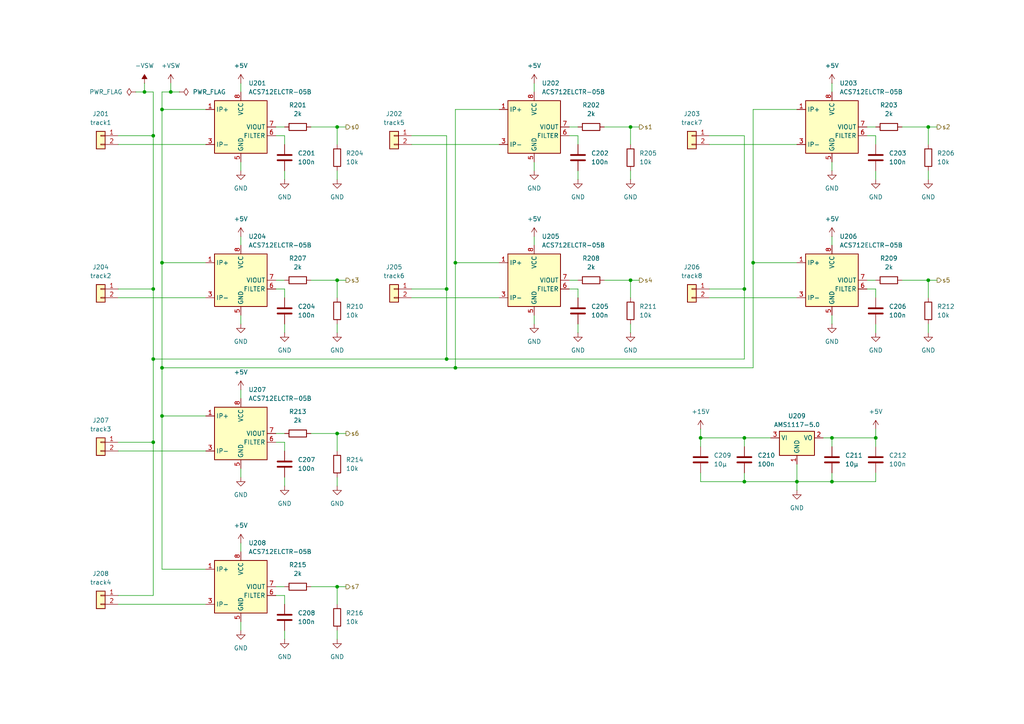
<source format=kicad_sch>
(kicad_sch (version 20231120) (generator "eeschema") (generator_version "8.0")
  (paper "A4")
  (title_block (title "Belegt") (date "2025-01-22") (rev "v0.1") (company "Eurovibes Benedikt Spranger") (comment 1 "SPDX-License-Identifier: CERN-OHL-S-2.0") (comment 2 "https://ohwr.org/cern_ohl_s_v2.txt") (comment 3 "To view a copy of this license, visit") (comment 4 "This work is licensed under the CERN-OHL-S v2"))
  (lib_symbols
    (symbol "Connector_Generic:Conn_01x02" (pin_names (offset 1.016) hide)
      (property "Reference" "J" (at 0 2.54 0))
      (property "Value" "Conn_01x02" (at 0 -5.08 0))
      (symbol "Conn_01x02_1_1"
        (rectangle (start -1.27 -2.413) (end 0 -2.667) (stroke (width 0.1524)))
        (rectangle (start -1.27 0.127) (end 0 -0.127) (stroke (width 0.1524)))
        (rectangle (start -1.27 1.27) (end 1.27 -3.81) (stroke (width 0.254)) (fill (type background)))
        (pin passive line (at -5.08 0 0) (length 3.81) (name "Pin_1") (number "1"))
        (pin passive line (at -5.08 -2.54 0) (length 3.81) (name "Pin_2") (number "2"))
      )
    )
    (symbol "Device:C" (pin_numbers hide) (pin_names (offset 0.254))
      (property "Reference" "C" (at 0.635 2.54 0))
      (property "Value" "C" (at 0.635 -2.54 0))
      (symbol "C_0_1"
        (polyline (pts (xy -2.032 -0.762) (xy 2.032 -0.762)) (stroke (width 0.508)))
        (polyline (pts (xy -2.032 0.762) (xy 2.032 0.762)) (stroke (width 0.508)))
      )
      (symbol "C_1_1"
        (pin passive line (at 0 3.81 270) (length 2.794) (name "~") (number "1"))
        (pin passive line (at 0 -3.81 90) (length 2.794) (name "~") (number "2"))
      )
    )
    (symbol "Device:R" (pin_numbers hide) (pin_names (offset 0))
      (property "Reference" "R" (at 2.032 0 90))
      (property "Value" "R" (at 0 0 90))
      (symbol "R_0_1"
        (rectangle (start -1.016 -2.54) (end 1.016 2.54) (stroke (width 0.254)))
      )
      (symbol "R_1_1"
        (pin passive line (at 0 3.81 270) (length 1.27) (name "~") (number "1"))
        (pin passive line (at 0 -3.81 90) (length 1.27) (name "~") (number "2"))
      )
    )
    (symbol "Regulator_Linear:AMS1117-5.0"
      (property "Reference" "U" (at -3.81 3.175 0))
      (property "Value" "AMS1117-5.0" (at 0 3.175 0))
      (symbol "AMS1117-5.0_0_1"
        (rectangle (start -5.08 -5.08) (end 5.08 1.905) (stroke (width 0.254)) (fill (type background)))
      )
      (symbol "AMS1117-5.0_1_1"
        (pin power_in line (at 0 -7.62 90) (length 2.54) (name "GND") (number "1"))
        (pin power_out line (at 7.62 0 180) (length 2.54) (name "VO") (number "2"))
        (pin power_in line (at -7.62 0 0) (length 2.54) (name "VI") (number "3"))
      )
    )
    (symbol "Sensor_Current:ACS712xLCTR-05B"
      (property "Reference" "U" (at 2.54 11.43 0))
      (property "Value" "ACS712xLCTR-05B" (at 2.54 8.89 0))
      (symbol "ACS712xLCTR-05B_0_1"
        (rectangle (start -7.62 7.62) (end 7.62 -7.62) (stroke (width 0.254)) (fill (type background)))
      )
      (symbol "ACS712xLCTR-05B_1_1"
        (pin passive line (at -10.16 5.08 0) (length 2.54) (name "IP+") (number "1"))
        (pin passive line (at -10.16 5.08 0) (length 2.54) hide (name "IP+") (number "2"))
        (pin passive line (at -10.16 -5.08 0) (length 2.54) (name "IP-") (number "3"))
        (pin passive line (at -10.16 -5.08 0) (length 2.54) hide (name "IP-") (number "4"))
        (pin power_in line (at 0 -10.16 90) (length 2.54) (name "GND") (number "5"))
        (pin passive line (at 10.16 -2.54 180) (length 2.54) (name "FILTER") (number "6"))
        (pin output line (at 10.16 0 180) (length 2.54) (name "VIOUT") (number "7"))
        (pin power_in line (at 0 10.16 270) (length 2.54) (name "VCC") (number "8"))
      )
    )
    (symbol "power:+15V" (power) (pin_numbers hide) (pin_names (offset 0) hide)
      (property "Value" "+15V" (at 0 3.556 0))
      (symbol "+15V_0_1"
        (polyline (pts (xy -0.762 1.27) (xy 0 2.54)))
        (polyline (pts (xy 0 0) (xy 0 2.54)))
        (polyline (pts (xy 0 2.54) (xy 0.762 1.27)))
      )
      (symbol "+15V_1_1"
        (pin power_in line (at 0 0 90) (length 0) (name "~") (number "1"))
      )
    )
    (symbol "power:+5V" (power) (pin_numbers hide) (pin_names (offset 0) hide)
      (property "Value" "+5V" (at 0 3.556 0))
      (symbol "+5V_0_1"
        (polyline (pts (xy -0.762 1.27) (xy 0 2.54)))
        (polyline (pts (xy 0 0) (xy 0 2.54)))
        (polyline (pts (xy 0 2.54) (xy 0.762 1.27)))
      )
      (symbol "+5V_1_1"
        (pin power_in line (at 0 0 90) (length 0) (name "~") (number "1"))
      )
    )
    (symbol "power:+VSW" (power) (pin_numbers hide) (pin_names (offset 0) hide)
      (property "Value" "+VSW" (at 0 3.556 0))
      (symbol "+VSW_0_1"
        (polyline (pts (xy -0.762 1.27) (xy 0 2.54)))
        (polyline (pts (xy 0 0) (xy 0 2.54)))
        (polyline (pts (xy 0 2.54) (xy 0.762 1.27)))
      )
      (symbol "+VSW_1_1"
        (pin power_in line (at 0 0 90) (length 0) (name "~") (number "1"))
      )
    )
    (symbol "power:-VSW" (power) (pin_numbers hide) (pin_names (offset 0) hide)
      (property "Value" "-VSW" (at 0 3.556 0))
      (symbol "-VSW_0_0"
        (pin power_in line (at 0 0 90) (length 0) (name "~") (number "1"))
      )
      (symbol "-VSW_0_1"
        (polyline (pts (xy 0 0) (xy 0 1.27) (xy 0.762 1.27) (xy 0 2.54) (xy -0.762 1.27) (xy 0 1.27)) (fill (type outline)))
      )
    )
    (symbol "power:GND" (power) (pin_numbers hide) (pin_names (offset 0) hide)
      (property "Value" "GND" (at 0 -3.81 0))
      (symbol "GND_0_1"
        (polyline (pts (xy 0 0) (xy 0 -1.27) (xy 1.27 -1.27) (xy 0 -2.54) (xy -1.27 -1.27) (xy 0 -1.27)))
      )
      (symbol "GND_1_1"
        (pin power_in line (at 0 0 270) (length 0) (name "~") (number "1"))
      )
    )
    (symbol "power:PWR_FLAG" (power) (pin_numbers hide) (pin_names (offset 0) hide)
      (property "Value" "PWR_FLAG" (at 0 3.81 0))
      (symbol "PWR_FLAG_0_0"
        (pin power_out line (at 0 0 90) (length 0) (name "~") (number "1"))
      )
      (symbol "PWR_FLAG_0_1"
        (polyline (pts (xy 0 0) (xy 0 1.27) (xy -1.016 1.905) (xy 0 2.54) (xy 1.016 1.905) (xy 0 1.27)))
      )
    )
  )
  (junction (at 129.54 83.82))
  (junction (at 132.08 76.2))
  (junction (at 44.45 128.27))
  (junction (at 215.9 139.7))
  (junction (at 241.3 139.7))
  (junction (at 215.9 127))
  (junction (at 182.88 36.83))
  (junction (at 182.88 81.28))
  (junction (at 46.99 31.75))
  (junction (at 44.45 104.14))
  (junction (at 97.79 170.18))
  (junction (at 241.3 127))
  (junction (at 44.45 39.37))
  (junction (at 218.44 76.2))
  (junction (at 97.79 81.28))
  (junction (at 97.79 125.73))
  (junction (at 46.99 76.2))
  (junction (at 46.99 106.68))
  (junction (at 254 127))
  (junction (at 49.53 26.67))
  (junction (at 269.24 36.83))
  (junction (at 269.24 81.28))
  (junction (at 41.91 26.67))
  (junction (at 44.45 83.82))
  (junction (at 203.2 127))
  (junction (at 46.99 120.65))
  (junction (at 215.9 83.82))
  (junction (at 231.14 139.7))
  (junction (at 97.79 36.83))
  (junction (at 132.08 106.68))
  (junction (at 129.54 104.14))
  (wire (pts (xy 241.3 139.7) (xy 231.14 139.7)))
  (wire (pts (xy 97.79 49.53) (xy 97.79 52.07)))
  (wire (pts (xy 132.08 31.75) (xy 132.08 76.2)))
  (wire (pts (xy 97.79 170.18) (xy 100.33 170.18)))
  (wire (pts (xy 205.74 41.91) (xy 231.14 41.91)))
  (wire (pts (xy 80.01 125.73) (xy 82.55 125.73)))
  (wire (pts (xy 254 139.7) (xy 241.3 139.7)))
  (wire (pts (xy 69.85 113.03) (xy 69.85 115.57)))
  (wire (pts (xy 119.38 83.82) (xy 129.54 83.82)))
  (wire (pts (xy 97.79 81.28) (xy 97.79 86.36)))
  (wire (pts (xy 80.01 172.72) (xy 82.55 172.72)))
  (wire (pts (xy 218.44 31.75) (xy 231.14 31.75)))
  (wire (pts (xy 269.24 49.53) (xy 269.24 52.07)))
  (wire (pts (xy 175.26 81.28) (xy 182.88 81.28)))
  (wire (pts (xy 46.99 26.67) (xy 49.53 26.67)))
  (wire (pts (xy 90.17 125.73) (xy 97.79 125.73)))
  (wire (pts (xy 154.94 68.58) (xy 154.94 71.12)))
  (wire (pts (xy 167.64 83.82) (xy 167.64 86.36)))
  (wire (pts (xy 154.94 91.44) (xy 154.94 93.98)))
  (wire (pts (xy 269.24 81.28) (xy 271.78 81.28)))
  (wire (pts (xy 231.14 139.7) (xy 231.14 134.62)))
  (wire (pts (xy 80.01 39.37) (xy 82.55 39.37)))
  (wire (pts (xy 119.38 39.37) (xy 129.54 39.37)))
  (wire (pts (xy 46.99 106.68) (xy 132.08 106.68)))
  (wire (pts (xy 251.46 81.28) (xy 254 81.28)))
  (wire (pts (xy 132.08 106.68) (xy 218.44 106.68)))
  (wire (pts (xy 182.88 36.83) (xy 185.42 36.83)))
  (wire (pts (xy 46.99 106.68) (xy 46.99 120.65)))
  (wire (pts (xy 154.94 46.99) (xy 154.94 49.53)))
  (wire (pts (xy 254 49.53) (xy 254 52.07)))
  (wire (pts (xy 254 39.37) (xy 254 41.91)))
  (wire (pts (xy 254 83.82) (xy 254 86.36)))
  (wire (pts (xy 44.45 39.37) (xy 44.45 83.82)))
  (wire (pts (xy 129.54 39.37) (xy 129.54 83.82)))
  (wire (pts (xy 203.2 139.7) (xy 215.9 139.7)))
  (wire (pts (xy 231.14 139.7) (xy 231.14 142.24)))
  (wire (pts (xy 167.64 93.98) (xy 167.64 96.52)))
  (wire (pts (xy 69.85 46.99) (xy 69.85 49.53)))
  (wire (pts (xy 132.08 106.68) (xy 132.08 76.2)))
  (wire (pts (xy 154.94 24.13) (xy 154.94 26.67)))
  (wire (pts (xy 97.79 36.83) (xy 97.79 41.91)))
  (wire (pts (xy 261.62 36.83) (xy 269.24 36.83)))
  (wire (pts (xy 165.1 36.83) (xy 167.64 36.83)))
  (wire (pts (xy 254 124.46) (xy 254 127)))
  (wire (pts (xy 97.79 125.73) (xy 100.33 125.73)))
  (wire (pts (xy 132.08 76.2) (xy 144.78 76.2)))
  (wire (pts (xy 82.55 172.72) (xy 82.55 175.26)))
  (wire (pts (xy 251.46 39.37) (xy 254 39.37)))
  (wire (pts (xy 44.45 26.67) (xy 41.91 26.67)))
  (wire (pts (xy 261.62 81.28) (xy 269.24 81.28)))
  (wire (pts (xy 41.91 26.67) (xy 41.91 24.13)))
  (wire (pts (xy 97.79 36.83) (xy 100.33 36.83)))
  (wire (pts (xy 251.46 36.83) (xy 254 36.83)))
  (wire (pts (xy 205.74 39.37) (xy 215.9 39.37)))
  (wire (pts (xy 254 129.54) (xy 254 127)))
  (wire (pts (xy 241.3 46.99) (xy 241.3 49.53)))
  (wire (pts (xy 182.88 81.28) (xy 182.88 86.36)))
  (wire (pts (xy 90.17 36.83) (xy 97.79 36.83)))
  (wire (pts (xy 80.01 170.18) (xy 82.55 170.18)))
  (wire (pts (xy 82.55 182.88) (xy 82.55 185.42)))
  (wire (pts (xy 34.29 39.37) (xy 44.45 39.37)))
  (wire (pts (xy 46.99 120.65) (xy 46.99 165.1)))
  (wire (pts (xy 269.24 93.98) (xy 269.24 96.52)))
  (wire (pts (xy 238.76 127) (xy 241.3 127)))
  (wire (pts (xy 46.99 31.75) (xy 59.69 31.75)))
  (wire (pts (xy 97.79 125.73) (xy 97.79 130.81)))
  (wire (pts (xy 215.9 127) (xy 215.9 129.54)))
  (wire (pts (xy 90.17 81.28) (xy 97.79 81.28)))
  (wire (pts (xy 241.3 137.16) (xy 241.3 139.7)))
  (wire (pts (xy 49.53 26.67) (xy 52.07 26.67)))
  (wire (pts (xy 254 93.98) (xy 254 96.52)))
  (wire (pts (xy 241.3 68.58) (xy 241.3 71.12)))
  (wire (pts (xy 80.01 128.27) (xy 82.55 128.27)))
  (wire (pts (xy 44.45 83.82) (xy 44.45 104.14)))
  (wire (pts (xy 203.2 124.46) (xy 203.2 127)))
  (wire (pts (xy 97.79 81.28) (xy 100.33 81.28)))
  (wire (pts (xy 203.2 127) (xy 215.9 127)))
  (wire (pts (xy 218.44 106.68) (xy 218.44 76.2)))
  (wire (pts (xy 69.85 180.34) (xy 69.85 182.88)))
  (wire (pts (xy 46.99 26.67) (xy 46.99 31.75)))
  (wire (pts (xy 205.74 86.36) (xy 231.14 86.36)))
  (wire (pts (xy 165.1 81.28) (xy 167.64 81.28)))
  (wire (pts (xy 82.55 39.37) (xy 82.55 41.91)))
  (wire (pts (xy 46.99 76.2) (xy 46.99 106.68)))
  (wire (pts (xy 119.38 41.91) (xy 144.78 41.91)))
  (wire (pts (xy 167.64 49.53) (xy 167.64 52.07)))
  (wire (pts (xy 34.29 172.72) (xy 44.45 172.72)))
  (wire (pts (xy 241.3 24.13) (xy 241.3 26.67)))
  (wire (pts (xy 46.99 165.1) (xy 59.69 165.1)))
  (wire (pts (xy 82.55 128.27) (xy 82.55 130.81)))
  (wire (pts (xy 251.46 83.82) (xy 254 83.82)))
  (wire (pts (xy 254 137.16) (xy 254 139.7)))
  (wire (pts (xy 182.88 81.28) (xy 185.42 81.28)))
  (wire (pts (xy 254 127) (xy 241.3 127)))
  (wire (pts (xy 34.29 86.36) (xy 59.69 86.36)))
  (wire (pts (xy 46.99 120.65) (xy 59.69 120.65)))
  (wire (pts (xy 80.01 36.83) (xy 82.55 36.83)))
  (wire (pts (xy 97.79 138.43) (xy 97.79 140.97)))
  (wire (pts (xy 69.85 68.58) (xy 69.85 71.12)))
  (wire (pts (xy 241.3 91.44) (xy 241.3 93.98)))
  (wire (pts (xy 215.9 139.7) (xy 231.14 139.7)))
  (wire (pts (xy 46.99 76.2) (xy 59.69 76.2)))
  (wire (pts (xy 129.54 104.14) (xy 129.54 83.82)))
  (wire (pts (xy 129.54 104.14) (xy 215.9 104.14)))
  (wire (pts (xy 44.45 104.14) (xy 44.45 128.27)))
  (wire (pts (xy 34.29 130.81) (xy 59.69 130.81)))
  (wire (pts (xy 165.1 83.82) (xy 167.64 83.82)))
  (wire (pts (xy 215.9 137.16) (xy 215.9 139.7)))
  (wire (pts (xy 44.45 104.14) (xy 129.54 104.14)))
  (wire (pts (xy 203.2 137.16) (xy 203.2 139.7)))
  (wire (pts (xy 34.29 83.82) (xy 44.45 83.82)))
  (wire (pts (xy 90.17 170.18) (xy 97.79 170.18)))
  (wire (pts (xy 82.55 93.98) (xy 82.55 96.52)))
  (wire (pts (xy 69.85 24.13) (xy 69.85 26.67)))
  (wire (pts (xy 269.24 36.83) (xy 271.78 36.83)))
  (wire (pts (xy 218.44 76.2) (xy 231.14 76.2)))
  (wire (pts (xy 175.26 36.83) (xy 182.88 36.83)))
  (wire (pts (xy 132.08 31.75) (xy 144.78 31.75)))
  (wire (pts (xy 69.85 135.89) (xy 69.85 138.43)))
  (wire (pts (xy 97.79 93.98) (xy 97.79 96.52)))
  (wire (pts (xy 82.55 49.53) (xy 82.55 52.07)))
  (wire (pts (xy 97.79 182.88) (xy 97.79 185.42)))
  (wire (pts (xy 82.55 138.43) (xy 82.55 140.97)))
  (wire (pts (xy 182.88 36.83) (xy 182.88 41.91)))
  (wire (pts (xy 269.24 81.28) (xy 269.24 86.36)))
  (wire (pts (xy 82.55 83.82) (xy 82.55 86.36)))
  (wire (pts (xy 46.99 31.75) (xy 46.99 76.2)))
  (wire (pts (xy 119.38 86.36) (xy 144.78 86.36)))
  (wire (pts (xy 269.24 36.83) (xy 269.24 41.91)))
  (wire (pts (xy 167.64 39.37) (xy 167.64 41.91)))
  (wire (pts (xy 205.74 83.82) (xy 215.9 83.82)))
  (wire (pts (xy 44.45 26.67) (xy 44.45 39.37)))
  (wire (pts (xy 241.3 127) (xy 241.3 129.54)))
  (wire (pts (xy 69.85 157.48) (xy 69.85 160.02)))
  (wire (pts (xy 34.29 175.26) (xy 59.69 175.26)))
  (wire (pts (xy 80.01 83.82) (xy 82.55 83.82)))
  (wire (pts (xy 215.9 39.37) (xy 215.9 83.82)))
  (wire (pts (xy 165.1 39.37) (xy 167.64 39.37)))
  (wire (pts (xy 182.88 49.53) (xy 182.88 52.07)))
  (wire (pts (xy 218.44 31.75) (xy 218.44 76.2)))
  (wire (pts (xy 39.37 26.67) (xy 41.91 26.67)))
  (wire (pts (xy 44.45 128.27) (xy 44.45 172.72)))
  (wire (pts (xy 34.29 128.27) (xy 44.45 128.27)))
  (wire (pts (xy 97.79 170.18) (xy 97.79 175.26)))
  (wire (pts (xy 69.85 91.44) (xy 69.85 93.98)))
  (wire (pts (xy 34.29 41.91) (xy 59.69 41.91)))
  (wire (pts (xy 182.88 93.98) (xy 182.88 96.52)))
  (wire (pts (xy 49.53 26.67) (xy 49.53 24.13)))
  (wire (pts (xy 80.01 81.28) (xy 82.55 81.28)))
  (wire (pts (xy 203.2 127) (xy 203.2 129.54)))
  (wire (pts (xy 215.9 127) (xy 223.52 127)))
  (wire (pts (xy 215.9 104.14) (xy 215.9 83.82)))
  (hierarchical_label "s5" (shape output) (at 271.78 81.28 0))
  (hierarchical_label "s3" (shape output) (at 100.33 81.28 0))
  (hierarchical_label "s2" (shape output) (at 271.78 36.83 0))
  (hierarchical_label "s1" (shape output) (at 185.42 36.83 0))
  (hierarchical_label "s7" (shape output) (at 100.33 170.18 0))
  (hierarchical_label "s4" (shape output) (at 185.42 81.28 0))
  (hierarchical_label "s0" (shape output) (at 100.33 36.83 0))
  (hierarchical_label "s6" (shape output) (at 100.33 125.73 0))
  (symbol (lib_id "power:+5V") (at 69.85 68.58 0) (unit 1)
    (property "Reference" "#PWR?" (effects (hide yes)))
    (property "Value" "+5V" (at 69.85 63.5 0))
    (property "Description" "Power symbol creates a global label with name \"+5V\"" (effects (hide yes)))
  )
  (symbol (lib_id "Device:C") (at 241.3 133.35 0) (unit 1)
    (property "Reference" "C211" (at 245.11 132.0799 0) (effects (justify left)))
    (property "Value" "10µ" (at 245.11 134.6199 0) (effects (justify left)))
    (property "Footprint" "Capacitor_SMD:C_1206_3216Metric" (effects (hide yes)))
    (property "Description" "Unpolarized capacitor" (effects (hide yes)))
    (property "assemble" "y" (effects (hide yes)))
    (property "LCSC#" "C13585" (effects (hide yes)))
    (property "Manufacture" "Samsung Electro-Mechanics" (effects (hide yes)))
    (property "mpn" "CL31A106KBHNNNE" (effects (hide yes)))
  )
  (symbol (lib_id "power:+5V") (at 154.94 68.58 0) (unit 1)
    (property "Reference" "#PWR?" (effects (hide yes)))
    (property "Value" "+5V" (at 154.94 63.5 0))
    (property "Description" "Power symbol creates a global label with name \"+5V\"" (effects (hide yes)))
  )
  (symbol (lib_id "power:-VSW") (at 41.91 24.13 0) (unit 1)
    (property "Reference" "#PWR?" (effects (hide yes)))
    (property "Value" "-VSW" (at 41.91 19.05 0))
    (property "Description" "Power symbol creates a global label with name \"-VSW\"" (effects (hide yes)))
  )
  (symbol (lib_id "power:GND") (at 154.94 93.98 0) (unit 1)
    (property "Reference" "#PWR?" (effects (hide yes)))
    (property "Value" "GND" (at 154.94 99.06 0))
    (property "Description" "Power symbol creates a global label with name \"GND\" , ground" (effects (hide yes)))
  )
  (symbol (lib_id "Device:R") (at 97.79 179.07 180) (unit 1)
    (property "Reference" "R216" (at 100.33 177.7999 0) (effects (justify right)))
    (property "Value" "10k" (at 100.33 180.3399 0) (effects (justify right)))
    (property "Footprint" "Resistor_SMD:R_0402_1005Metric" (effects (hide yes)))
    (property "Description" "Resistor" (effects (hide yes)))
    (property "LCSC#" "C25744" (effects (hide yes)))
    (property "Manufacture" "UNI-ROYAL(Uniroyal Elec)" (effects (hide yes)))
    (property "assemble" "y" (effects (hide yes)))
    (property "mpn" "0402WGF1002TCE" (effects (hide yes)))
  )
  (symbol (lib_id "Device:R") (at 97.79 134.62 180) (unit 1)
    (property "Reference" "R214" (at 100.33 133.3499 0) (effects (justify right)))
    (property "Value" "10k" (at 100.33 135.8899 0) (effects (justify right)))
    (property "Footprint" "Resistor_SMD:R_0402_1005Metric" (effects (hide yes)))
    (property "Description" "Resistor" (effects (hide yes)))
    (property "LCSC#" "C25744" (effects (hide yes)))
    (property "Manufacture" "UNI-ROYAL(Uniroyal Elec)" (effects (hide yes)))
    (property "assemble" "y" (effects (hide yes)))
    (property "mpn" "0402WGF1002TCE" (effects (hide yes)))
  )
  (symbol (lib_id "power:GND") (at 69.85 49.53 0) (unit 1)
    (property "Reference" "#PWR?" (effects (hide yes)))
    (property "Value" "GND" (at 69.85 54.61 0))
    (property "Description" "Power symbol creates a global label with name \"GND\" , ground" (effects (hide yes)))
  )
  (symbol (lib_id "Device:R") (at 86.36 125.73 90) (unit 1)
    (property "Reference" "R213" (at 86.36 119.38 90))
    (property "Value" "2k" (at 86.36 121.92 90))
    (property "Footprint" "Resistor_SMD:R_0402_1005Metric" (effects (hide yes)))
    (property "Description" "Resistor" (effects (hide yes)))
    (property "LCSC#" "C4109" (effects (hide yes)))
    (property "Manufacture" "UNI-ROYAL(Uniroyal Elec)" (effects (hide yes)))
    (property "assemble" "y" (effects (hide yes)))
    (property "mpn" "0402WGF2001TCE" (effects (hide yes)))
  )
  (symbol (lib_id "Device:R") (at 269.24 90.17 180) (unit 1)
    (property "Reference" "R212" (at 271.78 88.8999 0) (effects (justify right)))
    (property "Value" "10k" (at 271.78 91.4399 0) (effects (justify right)))
    (property "Footprint" "Resistor_SMD:R_0402_1005Metric" (effects (hide yes)))
    (property "Description" "Resistor" (effects (hide yes)))
    (property "LCSC#" "C25744" (effects (hide yes)))
    (property "Manufacture" "UNI-ROYAL(Uniroyal Elec)" (effects (hide yes)))
    (property "assemble" "y" (effects (hide yes)))
    (property "mpn" "0402WGF1002TCE" (effects (hide yes)))
  )
  (symbol (lib_id "Device:C") (at 82.55 134.62 0) (unit 1)
    (property "Reference" "C207" (at 86.36 133.3499 0) (effects (justify left)))
    (property "Value" "100n" (at 86.36 135.8899 0) (effects (justify left)))
    (property "Footprint" "Capacitor_SMD:C_0402_1005Metric" (effects (hide yes)))
    (property "Description" "Unpolarized capacitor" (effects (hide yes)))
    (property "LCSC#" "C307331" (effects (hide yes)))
    (property "Manufacture" "Samsung Electro-Mechanics" (effects (hide yes)))
    (property "assemble" "y" (effects (hide yes)))
    (property "mpn" "CL05B104KB54PNC" (effects (hide yes)))
  )
  (symbol (lib_id "Device:C") (at 82.55 179.07 0) (unit 1)
    (property "Reference" "C208" (at 86.36 177.7999 0) (effects (justify left)))
    (property "Value" "100n" (at 86.36 180.3399 0) (effects (justify left)))
    (property "Footprint" "Capacitor_SMD:C_0402_1005Metric" (effects (hide yes)))
    (property "Description" "Unpolarized capacitor" (effects (hide yes)))
    (property "LCSC#" "C307331" (effects (hide yes)))
    (property "Manufacture" "Samsung Electro-Mechanics" (effects (hide yes)))
    (property "assemble" "y" (effects (hide yes)))
    (property "mpn" "CL05B104KB54PNC" (effects (hide yes)))
  )
  (symbol (lib_id "power:GND") (at 82.55 96.52 0) (unit 1)
    (property "Reference" "#PWR?" (effects (hide yes)))
    (property "Value" "GND" (at 82.55 101.6 0))
    (property "Description" "Power symbol creates a global label with name \"GND\" , ground" (effects (hide yes)))
  )
  (symbol (lib_id "power:GND") (at 269.24 96.52 0) (unit 1)
    (property "Reference" "#PWR?" (effects (hide yes)))
    (property "Value" "GND" (at 269.24 101.6 0))
    (property "Description" "Power symbol creates a global label with name \"GND\" , ground" (effects (hide yes)))
  )
  (symbol (lib_id "power:GND") (at 254 96.52 0) (unit 1)
    (property "Reference" "#PWR?" (effects (hide yes)))
    (property "Value" "GND" (at 254 101.6 0))
    (property "Description" "Power symbol creates a global label with name \"GND\" , ground" (effects (hide yes)))
  )
  (symbol (lib_id "Connector_Generic:Conn_01x02") (at 200.66 83.82 0) (mirror y) (unit 1)
    (property "Reference" "J206" (at 200.66 77.47 0))
    (property "Value" "track8" (at 200.66 80.01 0))
    (property "Footprint" "TerminalBlock_WAGO:TerminalBlock_WAGO_236-402_1x02_P5.00mm_45Degree" (effects (hide yes)))
    (property "Description" "Generic connector, single row, 01x02, script generated (kicad-library-utils/schlib/autogen/connector/)" (effects (hide yes)))
    (property "Digikey#" "2946-236-402-ND" (effects (hide yes)))
    (property "Manufacture" "WAGO Corporation" (effects (hide yes)))
    (property "assemble" "n" (effects (hide yes)))
    (property "mpn" "236-402" (effects (hide yes)))
  )
  (symbol (lib_id "power:+5V") (at 241.3 24.13 0) (unit 1)
    (property "Reference" "#PWR?" (effects (hide yes)))
    (property "Value" "+5V" (at 241.3 19.05 0))
    (property "Description" "Power symbol creates a global label with name \"+5V\"" (effects (hide yes)))
  )
  (symbol (lib_id "power:GND") (at 97.79 96.52 0) (unit 1)
    (property "Reference" "#PWR?" (effects (hide yes)))
    (property "Value" "GND" (at 97.79 101.6 0))
    (property "Description" "Power symbol creates a global label with name \"GND\" , ground" (effects (hide yes)))
  )
  (symbol (lib_id "Device:R") (at 182.88 45.72 180) (unit 1)
    (property "Reference" "R205" (at 185.42 44.4499 0) (effects (justify right)))
    (property "Value" "10k" (at 185.42 46.9899 0) (effects (justify right)))
    (property "Footprint" "Resistor_SMD:R_0402_1005Metric" (effects (hide yes)))
    (property "Description" "Resistor" (effects (hide yes)))
    (property "LCSC#" "C25744" (effects (hide yes)))
    (property "Manufacture" "UNI-ROYAL(Uniroyal Elec)" (effects (hide yes)))
    (property "assemble" "y" (effects (hide yes)))
    (property "mpn" "0402WGF1002TCE" (effects (hide yes)))
  )
  (symbol (lib_id "power:GND") (at 97.79 140.97 0) (unit 1)
    (property "Reference" "#PWR?" (effects (hide yes)))
    (property "Value" "GND" (at 97.79 146.05 0))
    (property "Description" "Power symbol creates a global label with name \"GND\" , ground" (effects (hide yes)))
  )
  (symbol (lib_id "Device:C") (at 215.9 133.35 0) (unit 1)
    (property "Reference" "C210" (at 219.71 132.0799 0) (effects (justify left)))
    (property "Value" "100n" (at 219.71 134.6199 0) (effects (justify left)))
    (property "Footprint" "Capacitor_SMD:C_0402_1005Metric" (effects (hide yes)))
    (property "Description" "Unpolarized capacitor" (effects (hide yes)))
    (property "assemble" "y" (effects (hide yes)))
    (property "LCSC#" "C307331" (effects (hide yes)))
    (property "Manufacture" "Samsung Electro-Mechanics" (effects (hide yes)))
    (property "mpn" "CL05B104KB54PNC" (effects (hide yes)))
  )
  (symbol (lib_id "Sensor_Current:ACS712xLCTR-05B") (at 241.3 36.83 0) (unit 1)
    (property "Reference" "U203" (at 243.4941 24.13 0) (effects (justify left)))
    (property "Value" "ACS712ELCTR-05B" (at 243.4941 26.67 0) (effects (justify left)))
    (property "Footprint" "Package_SO:SOIC-8_3.9x4.9mm_P1.27mm" (effects (hide yes)))
    (property "Datasheet" "http://www.allegromicro.com/~/media/Files/Datasheets/ACS712-Datasheet.ashx?la=en" (effects (hide yes)))
    (property "Description" "±5A Bidirectional Hall-Effect Current Sensor, +5.0V supply, 185mV/A, SOIC-8" (effects (hide yes)))
    (property "LCSC#" "C44471" (effects (hide yes)))
    (property "Manufacture" "Allegro MicroSystems, LLC" (effects (hide yes)))
    (property "assemble" "y" (effects (hide yes)))
    (property "mpn" "ACS712ELCTR-05B-T" (effects (hide yes)))
  )
  (symbol (lib_id "Connector_Generic:Conn_01x02") (at 114.3 83.82 0) (mirror y) (unit 1)
    (property "Reference" "J205" (at 114.3 77.47 0))
    (property "Value" "track6" (at 114.3 80.01 0))
    (property "Footprint" "TerminalBlock_WAGO:TerminalBlock_WAGO_236-402_1x02_P5.00mm_45Degree" (effects (hide yes)))
    (property "Description" "Generic connector, single row, 01x02, script generated (kicad-library-utils/schlib/autogen/connector/)" (effects (hide yes)))
    (property "Digikey#" "2946-236-402-ND" (effects (hide yes)))
    (property "Manufacture" "WAGO Corporation" (effects (hide yes)))
    (property "assemble" "n" (effects (hide yes)))
    (property "mpn" "236-402" (effects (hide yes)))
  )
  (symbol (lib_id "power:+5V") (at 69.85 24.13 0) (unit 1)
    (property "Reference" "#PWR?" (effects (hide yes)))
    (property "Value" "+5V" (at 69.85 19.05 0))
    (property "Description" "Power symbol creates a global label with name \"+5V\"" (effects (hide yes)))
  )
  (symbol (lib_id "power:+5V") (at 69.85 157.48 0) (unit 1)
    (property "Reference" "#PWR?" (effects (hide yes)))
    (property "Value" "+5V" (at 69.85 152.4 0))
    (property "Description" "Power symbol creates a global label with name \"+5V\"" (effects (hide yes)))
  )
  (symbol (lib_id "Device:C") (at 254 133.35 0) (unit 1)
    (property "Reference" "C212" (at 257.81 132.0799 0) (effects (justify left)))
    (property "Value" "100n" (at 257.81 134.6199 0) (effects (justify left)))
    (property "Footprint" "Capacitor_SMD:C_0402_1005Metric" (effects (hide yes)))
    (property "Description" "Unpolarized capacitor" (effects (hide yes)))
    (property "assemble" "y" (effects (hide yes)))
    (property "LCSC#" "C307331" (effects (hide yes)))
    (property "Manufacture" "Samsung Electro-Mechanics" (effects (hide yes)))
    (property "mpn" "CL05B104KB54PNC" (effects (hide yes)))
  )
  (symbol (lib_id "power:+5V") (at 154.94 24.13 0) (unit 1)
    (property "Reference" "#PWR?" (effects (hide yes)))
    (property "Value" "+5V" (at 154.94 19.05 0))
    (property "Description" "Power symbol creates a global label with name \"+5V\"" (effects (hide yes)))
  )
  (symbol (lib_id "Device:C") (at 82.55 45.72 0) (unit 1)
    (property "Reference" "C201" (at 86.36 44.4499 0) (effects (justify left)))
    (property "Value" "100n" (at 86.36 46.9899 0) (effects (justify left)))
    (property "Footprint" "Capacitor_SMD:C_0402_1005Metric" (effects (hide yes)))
    (property "Description" "Unpolarized capacitor" (effects (hide yes)))
    (property "LCSC#" "C307331" (effects (hide yes)))
    (property "Manufacture" "Samsung Electro-Mechanics" (effects (hide yes)))
    (property "assemble" "y" (effects (hide yes)))
    (property "mpn" "CL05B104KB54PNC" (effects (hide yes)))
  )
  (symbol (lib_id "Sensor_Current:ACS712xLCTR-05B") (at 69.85 81.28 0) (unit 1)
    (property "Reference" "U204" (at 72.0441 68.58 0) (effects (justify left)))
    (property "Value" "ACS712ELCTR-05B" (at 72.0441 71.12 0) (effects (justify left)))
    (property "Footprint" "Package_SO:SOIC-8_3.9x4.9mm_P1.27mm" (effects (hide yes)))
    (property "Datasheet" "http://www.allegromicro.com/~/media/Files/Datasheets/ACS712-Datasheet.ashx?la=en" (effects (hide yes)))
    (property "Description" "±5A Bidirectional Hall-Effect Current Sensor, +5.0V supply, 185mV/A, SOIC-8" (effects (hide yes)))
    (property "LCSC#" "C44471" (effects (hide yes)))
    (property "Manufacture" "Allegro MicroSystems, LLC" (effects (hide yes)))
    (property "assemble" "y" (effects (hide yes)))
    (property "mpn" "ACS712ELCTR-05B-T" (effects (hide yes)))
  )
  (symbol (lib_id "Device:C") (at 167.64 45.72 0) (unit 1)
    (property "Reference" "C202" (at 171.45 44.4499 0) (effects (justify left)))
    (property "Value" "100n" (at 171.45 46.9899 0) (effects (justify left)))
    (property "Footprint" "Capacitor_SMD:C_0402_1005Metric" (effects (hide yes)))
    (property "Description" "Unpolarized capacitor" (effects (hide yes)))
    (property "LCSC#" "C307331" (effects (hide yes)))
    (property "Manufacture" "Samsung Electro-Mechanics" (effects (hide yes)))
    (property "assemble" "y" (effects (hide yes)))
    (property "mpn" "CL05B104KB54PNC" (effects (hide yes)))
  )
  (symbol (lib_id "Device:R") (at 171.45 81.28 90) (unit 1)
    (property "Reference" "R208" (at 171.45 74.93 90))
    (property "Value" "2k" (at 171.45 77.47 90))
    (property "Footprint" "Resistor_SMD:R_0402_1005Metric" (effects (hide yes)))
    (property "Description" "Resistor" (effects (hide yes)))
    (property "LCSC#" "C4109" (effects (hide yes)))
    (property "Manufacture" "UNI-ROYAL(Uniroyal Elec)" (effects (hide yes)))
    (property "assemble" "y" (effects (hide yes)))
    (property "mpn" "0402WGF2001TCE" (effects (hide yes)))
  )
  (symbol (lib_id "Regulator_Linear:AMS1117-5.0") (at 231.14 127 0) (unit 1)
    (property "Reference" "U209" (at 231.14 120.65 0))
    (property "Value" "AMS1117-5.0" (at 231.14 123.19 0))
    (property "Footprint" "Package_TO_SOT_SMD:SOT-223-3_TabPin2" (effects (hide yes)))
    (property "Datasheet" "http://www.advanced-monolithic.com/pdf/ds1117.pdf" (effects (hide yes)))
    (property "Description" "1A Low Dropout regulator, positive, 5.0V fixed output, SOT-223" (effects (hide yes)))
    (property "LCSC#" "C6187" (effects (hide yes)))
    (property "Manufacture" "Advanced Monolithic Systems" (effects (hide yes)))
    (property "assemble" "y" (effects (hide yes)))
    (property "mpn" "AMS1117-5.0" (effects (hide yes)))
  )
  (symbol (lib_id "power:GND") (at 154.94 49.53 0) (unit 1)
    (property "Reference" "#PWR?" (effects (hide yes)))
    (property "Value" "GND" (at 154.94 54.61 0))
    (property "Description" "Power symbol creates a global label with name \"GND\" , ground" (effects (hide yes)))
  )
  (symbol (lib_id "Device:C") (at 203.2 133.35 0) (unit 1)
    (property "Reference" "C209" (at 207.01 132.0799 0) (effects (justify left)))
    (property "Value" "10µ" (at 207.01 134.6199 0) (effects (justify left)))
    (property "Footprint" "Capacitor_SMD:C_1206_3216Metric" (effects (hide yes)))
    (property "Description" "Unpolarized capacitor" (effects (hide yes)))
    (property "assemble" "y" (effects (hide yes)))
    (property "LCSC#" "C13585" (effects (hide yes)))
    (property "Manufacture" "Samsung Electro-Mechanics" (effects (hide yes)))
    (property "mpn" "CL31A106KBHNNNE" (effects (hide yes)))
  )
  (symbol (lib_id "power:GND") (at 69.85 182.88 0) (unit 1)
    (property "Reference" "#PWR?" (effects (hide yes)))
    (property "Value" "GND" (at 69.85 187.96 0))
    (property "Description" "Power symbol creates a global label with name \"GND\" , ground" (effects (hide yes)))
  )
  (symbol (lib_id "power:GND") (at 269.24 52.07 0) (unit 1)
    (property "Reference" "#PWR?" (effects (hide yes)))
    (property "Value" "GND" (at 269.24 57.15 0))
    (property "Description" "Power symbol creates a global label with name \"GND\" , ground" (effects (hide yes)))
  )
  (symbol (lib_id "Connector_Generic:Conn_01x02") (at 200.66 39.37 0) (mirror y) (unit 1)
    (property "Reference" "J203" (at 200.66 33.02 0))
    (property "Value" "track7" (at 200.66 35.56 0))
    (property "Footprint" "TerminalBlock_WAGO:TerminalBlock_WAGO_236-402_1x02_P5.00mm_45Degree" (effects (hide yes)))
    (property "Description" "Generic connector, single row, 01x02, script generated (kicad-library-utils/schlib/autogen/connector/)" (effects (hide yes)))
    (property "Digikey#" "2946-236-402-ND" (effects (hide yes)))
    (property "Manufacture" "WAGO Corporation" (effects (hide yes)))
    (property "assemble" "n" (effects (hide yes)))
    (property "mpn" "236-402" (effects (hide yes)))
  )
  (symbol (lib_id "Device:R") (at 171.45 36.83 90) (unit 1)
    (property "Reference" "R202" (at 171.45 30.48 90))
    (property "Value" "2k" (at 171.45 33.02 90))
    (property "Footprint" "Resistor_SMD:R_0402_1005Metric" (effects (hide yes)))
    (property "Description" "Resistor" (effects (hide yes)))
    (property "LCSC#" "C4109" (effects (hide yes)))
    (property "Manufacture" "UNI-ROYAL(Uniroyal Elec)" (effects (hide yes)))
    (property "assemble" "y" (effects (hide yes)))
    (property "mpn" "0402WGF2001TCE" (effects (hide yes)))
  )
  (symbol (lib_id "Connector_Generic:Conn_01x02") (at 29.21 83.82 0) (mirror y) (unit 1)
    (property "Reference" "J204" (at 29.21 77.47 0))
    (property "Value" "track2" (at 29.21 80.01 0))
    (property "Footprint" "TerminalBlock_WAGO:TerminalBlock_WAGO_236-402_1x02_P5.00mm_45Degree" (effects (hide yes)))
    (property "Description" "Generic connector, single row, 01x02, script generated (kicad-library-utils/schlib/autogen/connector/)" (effects (hide yes)))
    (property "Digikey#" "2946-236-402-ND" (effects (hide yes)))
    (property "Manufacture" "WAGO Corporation" (effects (hide yes)))
    (property "assemble" "n" (effects (hide yes)))
    (property "mpn" "236-402" (effects (hide yes)))
  )
  (symbol (lib_id "Device:R") (at 269.24 45.72 180) (unit 1)
    (property "Reference" "R206" (at 271.78 44.4499 0) (effects (justify right)))
    (property "Value" "10k" (at 271.78 46.9899 0) (effects (justify right)))
    (property "Footprint" "Resistor_SMD:R_0402_1005Metric" (effects (hide yes)))
    (property "Description" "Resistor" (effects (hide yes)))
    (property "LCSC#" "C25744" (effects (hide yes)))
    (property "Manufacture" "UNI-ROYAL(Uniroyal Elec)" (effects (hide yes)))
    (property "assemble" "y" (effects (hide yes)))
    (property "mpn" "0402WGF1002TCE" (effects (hide yes)))
  )
  (symbol (lib_id "Sensor_Current:ACS712xLCTR-05B") (at 154.94 36.83 0) (unit 1)
    (property "Reference" "U202" (at 157.1341 24.13 0) (effects (justify left)))
    (property "Value" "ACS712ELCTR-05B" (at 157.1341 26.67 0) (effects (justify left)))
    (property "Footprint" "Package_SO:SOIC-8_3.9x4.9mm_P1.27mm" (effects (hide yes)))
    (property "Datasheet" "http://www.allegromicro.com/~/media/Files/Datasheets/ACS712-Datasheet.ashx?la=en" (effects (hide yes)))
    (property "Description" "±5A Bidirectional Hall-Effect Current Sensor, +5.0V supply, 185mV/A, SOIC-8" (effects (hide yes)))
    (property "LCSC#" "C44471" (effects (hide yes)))
    (property "Manufacture" "Allegro MicroSystems, LLC" (effects (hide yes)))
    (property "assemble" "y" (effects (hide yes)))
    (property "mpn" "ACS712ELCTR-05B-T" (effects (hide yes)))
  )
  (symbol (lib_id "Device:R") (at 257.81 36.83 90) (unit 1)
    (property "Reference" "R203" (at 257.81 30.48 90))
    (property "Value" "2k" (at 257.81 33.02 90))
    (property "Footprint" "Resistor_SMD:R_0402_1005Metric" (effects (hide yes)))
    (property "Description" "Resistor" (effects (hide yes)))
    (property "LCSC#" "C4109" (effects (hide yes)))
    (property "Manufacture" "UNI-ROYAL(Uniroyal Elec)" (effects (hide yes)))
    (property "assemble" "y" (effects (hide yes)))
    (property "mpn" "0402WGF2001TCE" (effects (hide yes)))
  )
  (symbol (lib_id "Connector_Generic:Conn_01x02") (at 114.3 39.37 0) (mirror y) (unit 1)
    (property "Reference" "J202" (at 114.3 33.02 0))
    (property "Value" "track5" (at 114.3 35.56 0))
    (property "Footprint" "TerminalBlock_WAGO:TerminalBlock_WAGO_236-402_1x02_P5.00mm_45Degree" (effects (hide yes)))
    (property "Description" "Generic connector, single row, 01x02, script generated (kicad-library-utils/schlib/autogen/connector/)" (effects (hide yes)))
    (property "Digikey#" "2946-236-402-ND" (effects (hide yes)))
    (property "Manufacture" "WAGO Corporation" (effects (hide yes)))
    (property "assemble" "n" (effects (hide yes)))
    (property "mpn" "236-402" (effects (hide yes)))
  )
  (symbol (lib_id "Connector_Generic:Conn_01x02") (at 29.21 39.37 0) (mirror y) (unit 1)
    (property "Reference" "J201" (at 29.21 33.02 0))
    (property "Value" "track1" (at 29.21 35.56 0))
    (property "Footprint" "TerminalBlock_WAGO:TerminalBlock_WAGO_236-402_1x02_P5.00mm_45Degree" (effects (hide yes)))
    (property "Description" "Generic connector, single row, 01x02, script generated (kicad-library-utils/schlib/autogen/connector/)" (effects (hide yes)))
    (property "Digikey#" "2946-236-402-ND" (effects (hide yes)))
    (property "Manufacture" "WAGO Corporation" (effects (hide yes)))
    (property "assemble" "n" (effects (hide yes)))
    (property "mpn" "236-402" (effects (hide yes)))
  )
  (symbol (lib_id "Device:R") (at 86.36 36.83 90) (unit 1)
    (property "Reference" "R201" (at 86.36 30.48 90))
    (property "Value" "2k" (at 86.36 33.02 90))
    (property "Footprint" "Resistor_SMD:R_0402_1005Metric" (effects (hide yes)))
    (property "Description" "Resistor" (effects (hide yes)))
    (property "LCSC#" "C4109" (effects (hide yes)))
    (property "Manufacture" "UNI-ROYAL(Uniroyal Elec)" (effects (hide yes)))
    (property "assemble" "y" (effects (hide yes)))
    (property "mpn" "0402WGF2001TCE" (effects (hide yes)))
  )
  (symbol (lib_id "power:GND") (at 69.85 138.43 0) (unit 1)
    (property "Reference" "#PWR?" (effects (hide yes)))
    (property "Value" "GND" (at 69.85 143.51 0))
    (property "Description" "Power symbol creates a global label with name \"GND\" , ground" (effects (hide yes)))
  )
  (symbol (lib_id "Connector_Generic:Conn_01x02") (at 29.21 128.27 0) (mirror y) (unit 1)
    (property "Reference" "J207" (at 29.21 121.92 0))
    (property "Value" "track3" (at 29.21 124.46 0))
    (property "Footprint" "TerminalBlock_WAGO:TerminalBlock_WAGO_236-402_1x02_P5.00mm_45Degree" (effects (hide yes)))
    (property "Description" "Generic connector, single row, 01x02, script generated (kicad-library-utils/schlib/autogen/connector/)" (effects (hide yes)))
    (property "Digikey#" "2946-236-402-ND" (effects (hide yes)))
    (property "Manufacture" "WAGO Corporation" (effects (hide yes)))
    (property "assemble" "n" (effects (hide yes)))
    (property "mpn" "236-402" (effects (hide yes)))
  )
  (symbol (lib_id "Connector_Generic:Conn_01x02") (at 29.21 172.72 0) (mirror y) (unit 1)
    (property "Reference" "J208" (at 29.21 166.37 0))
    (property "Value" "track4" (at 29.21 168.91 0))
    (property "Footprint" "TerminalBlock_WAGO:TerminalBlock_WAGO_236-402_1x02_P5.00mm_45Degree" (effects (hide yes)))
    (property "Description" "Generic connector, single row, 01x02, script generated (kicad-library-utils/schlib/autogen/connector/)" (effects (hide yes)))
    (property "Digikey#" "2946-236-402-ND" (effects (hide yes)))
    (property "Manufacture" "WAGO Corporation" (effects (hide yes)))
    (property "assemble" "n" (effects (hide yes)))
    (property "mpn" "236-402" (effects (hide yes)))
  )
  (symbol (lib_id "power:GND") (at 97.79 52.07 0) (unit 1)
    (property "Reference" "#PWR?" (effects (hide yes)))
    (property "Value" "GND" (at 97.79 57.15 0))
    (property "Description" "Power symbol creates a global label with name \"GND\" , ground" (effects (hide yes)))
  )
  (symbol (lib_id "power:GND") (at 97.79 185.42 0) (unit 1)
    (property "Reference" "#PWR?" (effects (hide yes)))
    (property "Value" "GND" (at 97.79 190.5 0))
    (property "Description" "Power symbol creates a global label with name \"GND\" , ground" (effects (hide yes)))
  )
  (symbol (lib_id "power:GND") (at 69.85 93.98 0) (unit 1)
    (property "Reference" "#PWR?" (effects (hide yes)))
    (property "Value" "GND" (at 69.85 99.06 0))
    (property "Description" "Power symbol creates a global label with name \"GND\" , ground" (effects (hide yes)))
  )
  (symbol (lib_id "Sensor_Current:ACS712xLCTR-05B") (at 154.94 81.28 0) (unit 1)
    (property "Reference" "U205" (at 157.1341 68.58 0) (effects (justify left)))
    (property "Value" "ACS712ELCTR-05B" (at 157.1341 71.12 0) (effects (justify left)))
    (property "Footprint" "Package_SO:SOIC-8_3.9x4.9mm_P1.27mm" (effects (hide yes)))
    (property "Datasheet" "http://www.allegromicro.com/~/media/Files/Datasheets/ACS712-Datasheet.ashx?la=en" (effects (hide yes)))
    (property "Description" "±5A Bidirectional Hall-Effect Current Sensor, +5.0V supply, 185mV/A, SOIC-8" (effects (hide yes)))
    (property "LCSC#" "C44471" (effects (hide yes)))
    (property "Manufacture" "Allegro MicroSystems, LLC" (effects (hide yes)))
    (property "assemble" "y" (effects (hide yes)))
    (property "mpn" "ACS712ELCTR-05B-T" (effects (hide yes)))
  )
  (symbol (lib_id "power:PWR_FLAG") (at 39.37 26.67 90) (unit 1)
    (property "Reference" "#FLG?" (effects (hide yes)))
    (property "Value" "PWR_FLAG" (at 35.56 26.6699 90) (effects (justify left)))
    (property "Description" "Special symbol for telling ERC where power comes from" (effects (hide yes)))
  )
  (symbol (lib_id "Device:R") (at 97.79 90.17 180) (unit 1)
    (property "Reference" "R210" (at 100.33 88.8999 0) (effects (justify right)))
    (property "Value" "10k" (at 100.33 91.4399 0) (effects (justify right)))
    (property "Footprint" "Resistor_SMD:R_0402_1005Metric" (effects (hide yes)))
    (property "Description" "Resistor" (effects (hide yes)))
    (property "LCSC#" "C25744" (effects (hide yes)))
    (property "Manufacture" "UNI-ROYAL(Uniroyal Elec)" (effects (hide yes)))
    (property "assemble" "y" (effects (hide yes)))
    (property "mpn" "0402WGF1002TCE" (effects (hide yes)))
  )
  (symbol (lib_id "power:PWR_FLAG") (at 52.07 26.67 270) (unit 1)
    (property "Reference" "#FLG?" (effects (hide yes)))
    (property "Value" "PWR_FLAG" (at 55.88 26.6699 90) (effects (justify left)))
    (property "Description" "Special symbol for telling ERC where power comes from" (effects (hide yes)))
  )
  (symbol (lib_id "power:+5V") (at 69.85 113.03 0) (unit 1)
    (property "Reference" "#PWR?" (effects (hide yes)))
    (property "Value" "+5V" (at 69.85 107.95 0))
    (property "Description" "Power symbol creates a global label with name \"+5V\"" (effects (hide yes)))
  )
  (symbol (lib_id "power:GND") (at 82.55 52.07 0) (unit 1)
    (property "Reference" "#PWR?" (effects (hide yes)))
    (property "Value" "GND" (at 82.55 57.15 0))
    (property "Description" "Power symbol creates a global label with name \"GND\" , ground" (effects (hide yes)))
  )
  (symbol (lib_id "power:+VSW") (at 49.53 24.13 0) (unit 1)
    (property "Reference" "#PWR?" (effects (hide yes)))
    (property "Value" "+VSW" (at 49.53 19.05 0))
    (property "Description" "Power symbol creates a global label with name \"+VSW\"" (effects (hide yes)))
  )
  (symbol (lib_id "Sensor_Current:ACS712xLCTR-05B") (at 69.85 36.83 0) (unit 1)
    (property "Reference" "U201" (at 72.0441 24.13 0) (effects (justify left)))
    (property "Value" "ACS712ELCTR-05B" (at 72.0441 26.67 0) (effects (justify left)))
    (property "Footprint" "Package_SO:SOIC-8_3.9x4.9mm_P1.27mm" (effects (hide yes)))
    (property "Datasheet" "http://www.allegromicro.com/~/media/Files/Datasheets/ACS712-Datasheet.ashx?la=en" (effects (hide yes)))
    (property "Description" "±5A Bidirectional Hall-Effect Current Sensor, +5.0V supply, 185mV/A, SOIC-8" (effects (hide yes)))
    (property "LCSC#" "C44471" (effects (hide yes)))
    (property "Manufacture" "Allegro MicroSystems, LLC" (effects (hide yes)))
    (property "assemble" "y" (effects (hide yes)))
    (property "mpn" "ACS712ELCTR-05B-T" (effects (hide yes)))
  )
  (symbol (lib_id "Device:C") (at 167.64 90.17 0) (unit 1)
    (property "Reference" "C205" (at 171.45 88.8999 0) (effects (justify left)))
    (property "Value" "100n" (at 171.45 91.4399 0) (effects (justify left)))
    (property "Footprint" "Capacitor_SMD:C_0402_1005Metric" (effects (hide yes)))
    (property "Description" "Unpolarized capacitor" (effects (hide yes)))
    (property "LCSC#" "C307331" (effects (hide yes)))
    (property "Manufacture" "Samsung Electro-Mechanics" (effects (hide yes)))
    (property "assemble" "y" (effects (hide yes)))
    (property "mpn" "CL05B104KB54PNC" (effects (hide yes)))
  )
  (symbol (lib_id "power:GND") (at 254 52.07 0) (unit 1)
    (property "Reference" "#PWR?" (effects (hide yes)))
    (property "Value" "GND" (at 254 57.15 0))
    (property "Description" "Power symbol creates a global label with name \"GND\" , ground" (effects (hide yes)))
  )
  (symbol (lib_id "power:GND") (at 231.14 142.24 0) (unit 1)
    (property "Reference" "#PWR?" (effects (hide yes)))
    (property "Value" "GND" (at 231.14 147.32 0))
    (property "Description" "Power symbol creates a global label with name \"GND\" , ground" (effects (hide yes)))
  )
  (symbol (lib_id "power:+15V") (at 203.2 124.46 0) (unit 1)
    (property "Reference" "#PWR?" (effects (hide yes)))
    (property "Value" "+15V" (at 203.2 119.38 0))
    (property "Description" "Power symbol creates a global label with name \"+15V\"" (effects (hide yes)))
  )
  (symbol (lib_id "Sensor_Current:ACS712xLCTR-05B") (at 241.3 81.28 0) (unit 1)
    (property "Reference" "U206" (at 243.4941 68.58 0) (effects (justify left)))
    (property "Value" "ACS712ELCTR-05B" (at 243.4941 71.12 0) (effects (justify left)))
    (property "Footprint" "Package_SO:SOIC-8_3.9x4.9mm_P1.27mm" (effects (hide yes)))
    (property "Datasheet" "http://www.allegromicro.com/~/media/Files/Datasheets/ACS712-Datasheet.ashx?la=en" (effects (hide yes)))
    (property "Description" "±5A Bidirectional Hall-Effect Current Sensor, +5.0V supply, 185mV/A, SOIC-8" (effects (hide yes)))
    (property "LCSC#" "C44471" (effects (hide yes)))
    (property "Manufacture" "Allegro MicroSystems, LLC" (effects (hide yes)))
    (property "assemble" "y" (effects (hide yes)))
    (property "mpn" "ACS712ELCTR-05B-T" (effects (hide yes)))
  )
  (symbol (lib_id "Sensor_Current:ACS712xLCTR-05B") (at 69.85 125.73 0) (unit 1)
    (property "Reference" "U207" (at 72.0441 113.03 0) (effects (justify left)))
    (property "Value" "ACS712ELCTR-05B" (at 72.0441 115.57 0) (effects (justify left)))
    (property "Footprint" "Package_SO:SOIC-8_3.9x4.9mm_P1.27mm" (effects (hide yes)))
    (property "Datasheet" "http://www.allegromicro.com/~/media/Files/Datasheets/ACS712-Datasheet.ashx?la=en" (effects (hide yes)))
    (property "Description" "±5A Bidirectional Hall-Effect Current Sensor, +5.0V supply, 185mV/A, SOIC-8" (effects (hide yes)))
    (property "LCSC#" "C44471" (effects (hide yes)))
    (property "Manufacture" "Allegro MicroSystems, LLC" (effects (hide yes)))
    (property "assemble" "y" (effects (hide yes)))
    (property "mpn" "ACS712ELCTR-05B-T" (effects (hide yes)))
  )
  (symbol (lib_id "power:GND") (at 82.55 185.42 0) (unit 1)
    (property "Reference" "#PWR?" (effects (hide yes)))
    (property "Value" "GND" (at 82.55 190.5 0))
    (property "Description" "Power symbol creates a global label with name \"GND\" , ground" (effects (hide yes)))
  )
  (symbol (lib_id "Sensor_Current:ACS712xLCTR-05B") (at 69.85 170.18 0) (unit 1)
    (property "Reference" "U208" (at 72.0441 157.48 0) (effects (justify left)))
    (property "Value" "ACS712ELCTR-05B" (at 72.0441 160.02 0) (effects (justify left)))
    (property "Footprint" "Package_SO:SOIC-8_3.9x4.9mm_P1.27mm" (effects (hide yes)))
    (property "Datasheet" "http://www.allegromicro.com/~/media/Files/Datasheets/ACS712-Datasheet.ashx?la=en" (effects (hide yes)))
    (property "Description" "±5A Bidirectional Hall-Effect Current Sensor, +5.0V supply, 185mV/A, SOIC-8" (effects (hide yes)))
    (property "LCSC#" "C44471" (effects (hide yes)))
    (property "Manufacture" "Allegro MicroSystems, LLC" (effects (hide yes)))
    (property "assemble" "y" (effects (hide yes)))
    (property "mpn" "ACS712ELCTR-05B-T" (effects (hide yes)))
  )
  (symbol (lib_id "Device:C") (at 254 90.17 0) (unit 1)
    (property "Reference" "C206" (at 257.81 88.8999 0) (effects (justify left)))
    (property "Value" "100n" (at 257.81 91.4399 0) (effects (justify left)))
    (property "Footprint" "Capacitor_SMD:C_0402_1005Metric" (effects (hide yes)))
    (property "Description" "Unpolarized capacitor" (effects (hide yes)))
    (property "LCSC#" "C307331" (effects (hide yes)))
    (property "Manufacture" "Samsung Electro-Mechanics" (effects (hide yes)))
    (property "assemble" "y" (effects (hide yes)))
    (property "mpn" "CL05B104KB54PNC" (effects (hide yes)))
  )
  (symbol (lib_id "power:GND") (at 182.88 96.52 0) (unit 1)
    (property "Reference" "#PWR?" (effects (hide yes)))
    (property "Value" "GND" (at 182.88 101.6 0))
    (property "Description" "Power symbol creates a global label with name \"GND\" , ground" (effects (hide yes)))
  )
  (symbol (lib_id "Device:R") (at 86.36 170.18 90) (unit 1)
    (property "Reference" "R215" (at 86.36 163.83 90))
    (property "Value" "2k" (at 86.36 166.37 90))
    (property "Footprint" "Resistor_SMD:R_0402_1005Metric" (effects (hide yes)))
    (property "Description" "Resistor" (effects (hide yes)))
    (property "LCSC#" "C4109" (effects (hide yes)))
    (property "Manufacture" "UNI-ROYAL(Uniroyal Elec)" (effects (hide yes)))
    (property "assemble" "y" (effects (hide yes)))
    (property "mpn" "0402WGF2001TCE" (effects (hide yes)))
  )
  (symbol (lib_id "power:GND") (at 82.55 140.97 0) (unit 1)
    (property "Reference" "#PWR?" (effects (hide yes)))
    (property "Value" "GND" (at 82.55 146.05 0))
    (property "Description" "Power symbol creates a global label with name \"GND\" , ground" (effects (hide yes)))
  )
  (symbol (lib_id "Device:C") (at 254 45.72 0) (unit 1)
    (property "Reference" "C203" (at 257.81 44.4499 0) (effects (justify left)))
    (property "Value" "100n" (at 257.81 46.9899 0) (effects (justify left)))
    (property "Footprint" "Capacitor_SMD:C_0402_1005Metric" (effects (hide yes)))
    (property "Description" "Unpolarized capacitor" (effects (hide yes)))
    (property "LCSC#" "C307331" (effects (hide yes)))
    (property "Manufacture" "Samsung Electro-Mechanics" (effects (hide yes)))
    (property "assemble" "y" (effects (hide yes)))
    (property "mpn" "CL05B104KB54PNC" (effects (hide yes)))
  )
  (symbol (lib_id "Device:R") (at 257.81 81.28 90) (unit 1)
    (property "Reference" "R209" (at 257.81 74.93 90))
    (property "Value" "2k" (at 257.81 77.47 90))
    (property "Footprint" "Resistor_SMD:R_0402_1005Metric" (effects (hide yes)))
    (property "Description" "Resistor" (effects (hide yes)))
    (property "LCSC#" "C4109" (effects (hide yes)))
    (property "Manufacture" "UNI-ROYAL(Uniroyal Elec)" (effects (hide yes)))
    (property "assemble" "y" (effects (hide yes)))
    (property "mpn" "0402WGF2001TCE" (effects (hide yes)))
  )
  (symbol (lib_id "power:GND") (at 182.88 52.07 0) (unit 1)
    (property "Reference" "#PWR?" (effects (hide yes)))
    (property "Value" "GND" (at 182.88 57.15 0))
    (property "Description" "Power symbol creates a global label with name \"GND\" , ground" (effects (hide yes)))
  )
  (symbol (lib_id "power:GND") (at 241.3 49.53 0) (unit 1)
    (property "Reference" "#PWR?" (effects (hide yes)))
    (property "Value" "GND" (at 241.3 54.61 0))
    (property "Description" "Power symbol creates a global label with name \"GND\" , ground" (effects (hide yes)))
  )
  (symbol (lib_id "Device:R") (at 86.36 81.28 90) (unit 1)
    (property "Reference" "R207" (at 86.36 74.93 90))
    (property "Value" "2k" (at 86.36 77.47 90))
    (property "Footprint" "Resistor_SMD:R_0402_1005Metric" (effects (hide yes)))
    (property "Description" "Resistor" (effects (hide yes)))
    (property "LCSC#" "C4109" (effects (hide yes)))
    (property "Manufacture" "UNI-ROYAL(Uniroyal Elec)" (effects (hide yes)))
    (property "assemble" "y" (effects (hide yes)))
    (property "mpn" "0402WGF2001TCE" (effects (hide yes)))
  )
  (symbol (lib_id "Device:R") (at 97.79 45.72 180) (unit 1)
    (property "Reference" "R204" (at 100.33 44.4499 0) (effects (justify right)))
    (property "Value" "10k" (at 100.33 46.9899 0) (effects (justify right)))
    (property "Footprint" "Resistor_SMD:R_0402_1005Metric" (effects (hide yes)))
    (property "Description" "Resistor" (effects (hide yes)))
    (property "LCSC#" "C25744" (effects (hide yes)))
    (property "Manufacture" "UNI-ROYAL(Uniroyal Elec)" (effects (hide yes)))
    (property "assemble" "y" (effects (hide yes)))
    (property "mpn" "0402WGF1002TCE" (effects (hide yes)))
  )
  (symbol (lib_id "Device:C") (at 82.55 90.17 0) (unit 1)
    (property "Reference" "C204" (at 86.36 88.8999 0) (effects (justify left)))
    (property "Value" "100n" (at 86.36 91.4399 0) (effects (justify left)))
    (property "Footprint" "Capacitor_SMD:C_0402_1005Metric" (effects (hide yes)))
    (property "Description" "Unpolarized capacitor" (effects (hide yes)))
    (property "LCSC#" "C307331" (effects (hide yes)))
    (property "Manufacture" "Samsung Electro-Mechanics" (effects (hide yes)))
    (property "assemble" "y" (effects (hide yes)))
    (property "mpn" "CL05B104KB54PNC" (effects (hide yes)))
  )
  (symbol (lib_id "power:+5V") (at 254 124.46 0) (unit 1)
    (property "Reference" "#PWR?" (effects (hide yes)))
    (property "Value" "+5V" (at 254 119.38 0))
    (property "Description" "Power symbol creates a global label with name \"+5V\"" (effects (hide yes)))
  )
  (symbol (lib_id "Device:R") (at 182.88 90.17 180) (unit 1)
    (property "Reference" "R211" (at 185.42 88.8999 0) (effects (justify right)))
    (property "Value" "10k" (at 185.42 91.4399 0) (effects (justify right)))
    (property "Footprint" "Resistor_SMD:R_0402_1005Metric" (effects (hide yes)))
    (property "Description" "Resistor" (effects (hide yes)))
    (property "LCSC#" "C25744" (effects (hide yes)))
    (property "Manufacture" "UNI-ROYAL(Uniroyal Elec)" (effects (hide yes)))
    (property "assemble" "y" (effects (hide yes)))
    (property "mpn" "0402WGF1002TCE" (effects (hide yes)))
  )
  (symbol (lib_id "power:+5V") (at 241.3 68.58 0) (unit 1)
    (property "Reference" "#PWR?" (effects (hide yes)))
    (property "Value" "+5V" (at 241.3 63.5 0))
    (property "Description" "Power symbol creates a global label with name \"+5V\"" (effects (hide yes)))
  )
  (symbol (lib_id "power:GND") (at 167.64 96.52 0) (unit 1)
    (property "Reference" "#PWR?" (effects (hide yes)))
    (property "Value" "GND" (at 167.64 101.6 0))
    (property "Description" "Power symbol creates a global label with name \"GND\" , ground" (effects (hide yes)))
  )
  (symbol (lib_id "power:GND") (at 241.3 93.98 0) (unit 1)
    (property "Reference" "#PWR?" (effects (hide yes)))
    (property "Value" "GND" (at 241.3 99.06 0))
    (property "Description" "Power symbol creates a global label with name \"GND\" , ground" (effects (hide yes)))
  )
  (symbol (lib_id "power:GND") (at 167.64 52.07 0) (unit 1)
    (property "Reference" "#PWR?" (effects (hide yes)))
    (property "Value" "GND" (at 167.64 57.15 0))
    (property "Description" "Power symbol creates a global label with name \"GND\" , ground" (effects (hide yes)))
  )
)
</source>
